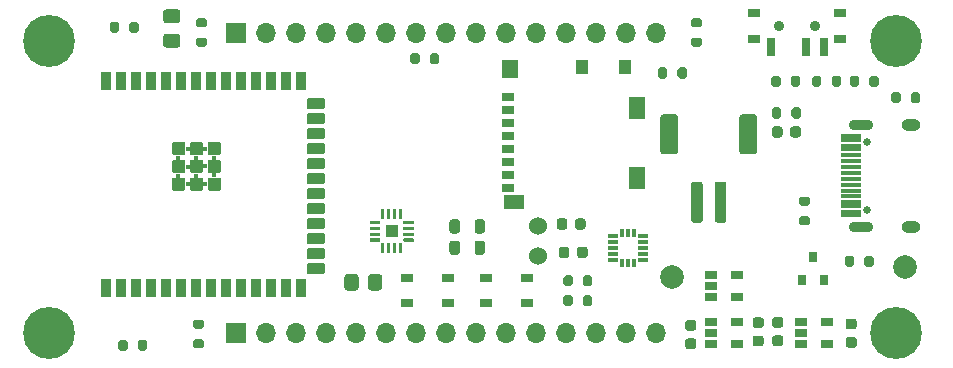
<source format=gbr>
%TF.GenerationSoftware,KiCad,Pcbnew,(5.1.12)-1*%
%TF.CreationDate,2022-11-06T18:41:51+01:00*%
%TF.ProjectId,NewmorphS3,4e65776d-6f72-4706-9853-332e6b696361,rev?*%
%TF.SameCoordinates,Original*%
%TF.FileFunction,Soldermask,Bot*%
%TF.FilePolarity,Negative*%
%FSLAX46Y46*%
G04 Gerber Fmt 4.6, Leading zero omitted, Abs format (unit mm)*
G04 Created by KiCad (PCBNEW (5.1.12)-1) date 2022-11-06 18:41:51*
%MOMM*%
%LPD*%
G01*
G04 APERTURE LIST*
%ADD10R,0.800000X0.900000*%
%ADD11O,1.600000X1.000000*%
%ADD12O,2.100000X0.900000*%
%ADD13C,0.650000*%
%ADD14R,1.750000X0.300000*%
%ADD15R,1.050000X0.650000*%
%ADD16C,0.900000*%
%ADD17R,0.700000X1.500000*%
%ADD18R,1.000000X0.800000*%
%ADD19R,1.060000X0.650000*%
%ADD20C,0.400000*%
%ADD21C,2.000000*%
%ADD22R,1.700000X1.700000*%
%ADD23O,1.700000X1.700000*%
%ADD24C,0.700000*%
%ADD25C,4.400000*%
%ADD26R,0.300000X0.800000*%
%ADD27R,0.925000X0.300000*%
%ADD28R,1.000000X1.200000*%
%ADD29R,1.800000X1.170000*%
%ADD30R,1.100000X0.750000*%
%ADD31R,1.350000X1.550000*%
%ADD32R,1.350000X1.900000*%
%ADD33C,1.524000*%
%ADD34R,1.100000X1.100000*%
G04 APERTURE END LIST*
%TO.C,C101*%
G36*
G01*
X117860000Y-90215000D02*
X118360000Y-90215000D01*
G75*
G02*
X118585000Y-90440000I0J-225000D01*
G01*
X118585000Y-90890000D01*
G75*
G02*
X118360000Y-91115000I-225000J0D01*
G01*
X117860000Y-91115000D01*
G75*
G02*
X117635000Y-90890000I0J225000D01*
G01*
X117635000Y-90440000D01*
G75*
G02*
X117860000Y-90215000I225000J0D01*
G01*
G37*
G36*
G01*
X117860000Y-91765000D02*
X118360000Y-91765000D01*
G75*
G02*
X118585000Y-91990000I0J-225000D01*
G01*
X118585000Y-92440000D01*
G75*
G02*
X118360000Y-92665000I-225000J0D01*
G01*
X117860000Y-92665000D01*
G75*
G02*
X117635000Y-92440000I0J225000D01*
G01*
X117635000Y-91990000D01*
G75*
G02*
X117860000Y-91765000I225000J0D01*
G01*
G37*
%TD*%
%TO.C,C102*%
G36*
G01*
X110486000Y-92551000D02*
X109986000Y-92551000D01*
G75*
G02*
X109761000Y-92326000I0J225000D01*
G01*
X109761000Y-91876000D01*
G75*
G02*
X109986000Y-91651000I225000J0D01*
G01*
X110486000Y-91651000D01*
G75*
G02*
X110711000Y-91876000I0J-225000D01*
G01*
X110711000Y-92326000D01*
G75*
G02*
X110486000Y-92551000I-225000J0D01*
G01*
G37*
G36*
G01*
X110486000Y-91001000D02*
X109986000Y-91001000D01*
G75*
G02*
X109761000Y-90776000I0J225000D01*
G01*
X109761000Y-90326000D01*
G75*
G02*
X109986000Y-90101000I225000J0D01*
G01*
X110486000Y-90101000D01*
G75*
G02*
X110711000Y-90326000I0J-225000D01*
G01*
X110711000Y-90776000D01*
G75*
G02*
X110486000Y-91001000I-225000J0D01*
G01*
G37*
%TD*%
%TO.C,C103*%
G36*
G01*
X104271000Y-91879000D02*
X104771000Y-91879000D01*
G75*
G02*
X104996000Y-92104000I0J-225000D01*
G01*
X104996000Y-92554000D01*
G75*
G02*
X104771000Y-92779000I-225000J0D01*
G01*
X104271000Y-92779000D01*
G75*
G02*
X104046000Y-92554000I0J225000D01*
G01*
X104046000Y-92104000D01*
G75*
G02*
X104271000Y-91879000I225000J0D01*
G01*
G37*
G36*
G01*
X104271000Y-90329000D02*
X104771000Y-90329000D01*
G75*
G02*
X104996000Y-90554000I0J-225000D01*
G01*
X104996000Y-91004000D01*
G75*
G02*
X104771000Y-91229000I-225000J0D01*
G01*
X104271000Y-91229000D01*
G75*
G02*
X104046000Y-91004000I0J225000D01*
G01*
X104046000Y-90554000D01*
G75*
G02*
X104271000Y-90329000I225000J0D01*
G01*
G37*
%TD*%
%TO.C,C104*%
G36*
G01*
X111637000Y-91625000D02*
X112137000Y-91625000D01*
G75*
G02*
X112362000Y-91850000I0J-225000D01*
G01*
X112362000Y-92300000D01*
G75*
G02*
X112137000Y-92525000I-225000J0D01*
G01*
X111637000Y-92525000D01*
G75*
G02*
X111412000Y-92300000I0J225000D01*
G01*
X111412000Y-91850000D01*
G75*
G02*
X111637000Y-91625000I225000J0D01*
G01*
G37*
G36*
G01*
X111637000Y-90075000D02*
X112137000Y-90075000D01*
G75*
G02*
X112362000Y-90300000I0J-225000D01*
G01*
X112362000Y-90750000D01*
G75*
G02*
X112137000Y-90975000I-225000J0D01*
G01*
X111637000Y-90975000D01*
G75*
G02*
X111412000Y-90750000I0J225000D01*
G01*
X111412000Y-90300000D01*
G75*
G02*
X111637000Y-90075000I225000J0D01*
G01*
G37*
%TD*%
%TO.C,C105*%
G36*
G01*
X60104000Y-64012500D02*
X61054000Y-64012500D01*
G75*
G02*
X61304000Y-64262500I0J-250000D01*
G01*
X61304000Y-64937500D01*
G75*
G02*
X61054000Y-65187500I-250000J0D01*
G01*
X60104000Y-65187500D01*
G75*
G02*
X59854000Y-64937500I0J250000D01*
G01*
X59854000Y-64262500D01*
G75*
G02*
X60104000Y-64012500I250000J0D01*
G01*
G37*
G36*
G01*
X60104000Y-66087500D02*
X61054000Y-66087500D01*
G75*
G02*
X61304000Y-66337500I0J-250000D01*
G01*
X61304000Y-67012500D01*
G75*
G02*
X61054000Y-67262500I-250000J0D01*
G01*
X60104000Y-67262500D01*
G75*
G02*
X59854000Y-67012500I0J250000D01*
G01*
X59854000Y-66337500D01*
G75*
G02*
X60104000Y-66087500I250000J0D01*
G01*
G37*
%TD*%
D10*
%TO.C,D101*%
X115850000Y-86950000D03*
X113950000Y-86950000D03*
X114900000Y-84950000D03*
%TD*%
D11*
%TO.C,J101*%
X123155000Y-73785000D03*
X123155000Y-82425000D03*
D12*
X118975000Y-73785000D03*
X118975000Y-82425000D03*
D13*
X119475000Y-75215000D03*
X119475000Y-80995000D03*
D14*
X118135000Y-78355000D03*
X118135000Y-78855000D03*
X118135000Y-79355000D03*
X118135000Y-79855000D03*
X118135000Y-77355000D03*
X118135000Y-76355000D03*
X118135000Y-76855000D03*
X118135000Y-77855000D03*
X118135000Y-74755000D03*
X118135000Y-75055000D03*
X118135000Y-75555000D03*
X118135000Y-75855000D03*
X118135000Y-80655000D03*
X118135000Y-80355000D03*
X118135000Y-81155000D03*
X118135000Y-81455000D03*
%TD*%
%TO.C,R101*%
G36*
G01*
X118350000Y-85069000D02*
X118350000Y-85619000D01*
G75*
G02*
X118150000Y-85819000I-200000J0D01*
G01*
X117750000Y-85819000D01*
G75*
G02*
X117550000Y-85619000I0J200000D01*
G01*
X117550000Y-85069000D01*
G75*
G02*
X117750000Y-84869000I200000J0D01*
G01*
X118150000Y-84869000D01*
G75*
G02*
X118350000Y-85069000I0J-200000D01*
G01*
G37*
G36*
G01*
X120000000Y-85069000D02*
X120000000Y-85619000D01*
G75*
G02*
X119800000Y-85819000I-200000J0D01*
G01*
X119400000Y-85819000D01*
G75*
G02*
X119200000Y-85619000I0J200000D01*
G01*
X119200000Y-85069000D01*
G75*
G02*
X119400000Y-84869000I200000J0D01*
G01*
X119800000Y-84869000D01*
G75*
G02*
X120000000Y-85069000I0J-200000D01*
G01*
G37*
%TD*%
%TO.C,R102*%
G36*
G01*
X123970000Y-71226000D02*
X123970000Y-71776000D01*
G75*
G02*
X123770000Y-71976000I-200000J0D01*
G01*
X123370000Y-71976000D01*
G75*
G02*
X123170000Y-71776000I0J200000D01*
G01*
X123170000Y-71226000D01*
G75*
G02*
X123370000Y-71026000I200000J0D01*
G01*
X123770000Y-71026000D01*
G75*
G02*
X123970000Y-71226000I0J-200000D01*
G01*
G37*
G36*
G01*
X122320000Y-71226000D02*
X122320000Y-71776000D01*
G75*
G02*
X122120000Y-71976000I-200000J0D01*
G01*
X121720000Y-71976000D01*
G75*
G02*
X121520000Y-71776000I0J200000D01*
G01*
X121520000Y-71226000D01*
G75*
G02*
X121720000Y-71026000I200000J0D01*
G01*
X122120000Y-71026000D01*
G75*
G02*
X122320000Y-71226000I0J-200000D01*
G01*
G37*
%TD*%
%TO.C,R103*%
G36*
G01*
X114448000Y-80664000D02*
X113898000Y-80664000D01*
G75*
G02*
X113698000Y-80464000I0J200000D01*
G01*
X113698000Y-80064000D01*
G75*
G02*
X113898000Y-79864000I200000J0D01*
G01*
X114448000Y-79864000D01*
G75*
G02*
X114648000Y-80064000I0J-200000D01*
G01*
X114648000Y-80464000D01*
G75*
G02*
X114448000Y-80664000I-200000J0D01*
G01*
G37*
G36*
G01*
X114448000Y-82314000D02*
X113898000Y-82314000D01*
G75*
G02*
X113698000Y-82114000I0J200000D01*
G01*
X113698000Y-81714000D01*
G75*
G02*
X113898000Y-81514000I200000J0D01*
G01*
X114448000Y-81514000D01*
G75*
G02*
X114648000Y-81714000I0J-200000D01*
G01*
X114648000Y-82114000D01*
G75*
G02*
X114448000Y-82314000I-200000J0D01*
G01*
G37*
%TD*%
%TO.C,R104*%
G36*
G01*
X105304000Y-67201000D02*
X104754000Y-67201000D01*
G75*
G02*
X104554000Y-67001000I0J200000D01*
G01*
X104554000Y-66601000D01*
G75*
G02*
X104754000Y-66401000I200000J0D01*
G01*
X105304000Y-66401000D01*
G75*
G02*
X105504000Y-66601000I0J-200000D01*
G01*
X105504000Y-67001000D01*
G75*
G02*
X105304000Y-67201000I-200000J0D01*
G01*
G37*
G36*
G01*
X105304000Y-65551000D02*
X104754000Y-65551000D01*
G75*
G02*
X104554000Y-65351000I0J200000D01*
G01*
X104554000Y-64951000D01*
G75*
G02*
X104754000Y-64751000I200000J0D01*
G01*
X105304000Y-64751000D01*
G75*
G02*
X105504000Y-64951000I0J-200000D01*
G01*
X105504000Y-65351000D01*
G75*
G02*
X105304000Y-65551000I-200000J0D01*
G01*
G37*
%TD*%
%TO.C,R105*%
G36*
G01*
X75200000Y-87572001D02*
X75200000Y-86671999D01*
G75*
G02*
X75449999Y-86422000I249999J0D01*
G01*
X76150001Y-86422000D01*
G75*
G02*
X76400000Y-86671999I0J-249999D01*
G01*
X76400000Y-87572001D01*
G75*
G02*
X76150001Y-87822000I-249999J0D01*
G01*
X75449999Y-87822000D01*
G75*
G02*
X75200000Y-87572001I0J249999D01*
G01*
G37*
G36*
G01*
X77200000Y-87572001D02*
X77200000Y-86671999D01*
G75*
G02*
X77449999Y-86422000I249999J0D01*
G01*
X78150001Y-86422000D01*
G75*
G02*
X78400000Y-86671999I0J-249999D01*
G01*
X78400000Y-87572001D01*
G75*
G02*
X78150001Y-87822000I-249999J0D01*
G01*
X77449999Y-87822000D01*
G75*
G02*
X77200000Y-87572001I0J249999D01*
G01*
G37*
%TD*%
%TO.C,R108*%
G36*
G01*
X55353000Y-65807000D02*
X55353000Y-65257000D01*
G75*
G02*
X55553000Y-65057000I200000J0D01*
G01*
X55953000Y-65057000D01*
G75*
G02*
X56153000Y-65257000I0J-200000D01*
G01*
X56153000Y-65807000D01*
G75*
G02*
X55953000Y-66007000I-200000J0D01*
G01*
X55553000Y-66007000D01*
G75*
G02*
X55353000Y-65807000I0J200000D01*
G01*
G37*
G36*
G01*
X57003000Y-65807000D02*
X57003000Y-65257000D01*
G75*
G02*
X57203000Y-65057000I200000J0D01*
G01*
X57603000Y-65057000D01*
G75*
G02*
X57803000Y-65257000I0J-200000D01*
G01*
X57803000Y-65807000D01*
G75*
G02*
X57603000Y-66007000I-200000J0D01*
G01*
X57203000Y-66007000D01*
G75*
G02*
X57003000Y-65807000I0J200000D01*
G01*
G37*
%TD*%
%TO.C,R109*%
G36*
G01*
X63394000Y-65551000D02*
X62844000Y-65551000D01*
G75*
G02*
X62644000Y-65351000I0J200000D01*
G01*
X62644000Y-64951000D01*
G75*
G02*
X62844000Y-64751000I200000J0D01*
G01*
X63394000Y-64751000D01*
G75*
G02*
X63594000Y-64951000I0J-200000D01*
G01*
X63594000Y-65351000D01*
G75*
G02*
X63394000Y-65551000I-200000J0D01*
G01*
G37*
G36*
G01*
X63394000Y-67201000D02*
X62844000Y-67201000D01*
G75*
G02*
X62644000Y-67001000I0J200000D01*
G01*
X62644000Y-66601000D01*
G75*
G02*
X62844000Y-66401000I200000J0D01*
G01*
X63394000Y-66401000D01*
G75*
G02*
X63594000Y-66601000I0J-200000D01*
G01*
X63594000Y-67001000D01*
G75*
G02*
X63394000Y-67201000I-200000J0D01*
G01*
G37*
%TD*%
%TO.C,R110*%
G36*
G01*
X57702000Y-92731000D02*
X57702000Y-92181000D01*
G75*
G02*
X57902000Y-91981000I200000J0D01*
G01*
X58302000Y-91981000D01*
G75*
G02*
X58502000Y-92181000I0J-200000D01*
G01*
X58502000Y-92731000D01*
G75*
G02*
X58302000Y-92931000I-200000J0D01*
G01*
X57902000Y-92931000D01*
G75*
G02*
X57702000Y-92731000I0J200000D01*
G01*
G37*
G36*
G01*
X56052000Y-92731000D02*
X56052000Y-92181000D01*
G75*
G02*
X56252000Y-91981000I200000J0D01*
G01*
X56652000Y-91981000D01*
G75*
G02*
X56852000Y-92181000I0J-200000D01*
G01*
X56852000Y-92731000D01*
G75*
G02*
X56652000Y-92931000I-200000J0D01*
G01*
X56252000Y-92931000D01*
G75*
G02*
X56052000Y-92731000I0J200000D01*
G01*
G37*
%TD*%
%TO.C,R111*%
G36*
G01*
X62590000Y-91929000D02*
X63140000Y-91929000D01*
G75*
G02*
X63340000Y-92129000I0J-200000D01*
G01*
X63340000Y-92529000D01*
G75*
G02*
X63140000Y-92729000I-200000J0D01*
G01*
X62590000Y-92729000D01*
G75*
G02*
X62390000Y-92529000I0J200000D01*
G01*
X62390000Y-92129000D01*
G75*
G02*
X62590000Y-91929000I200000J0D01*
G01*
G37*
G36*
G01*
X62590000Y-90279000D02*
X63140000Y-90279000D01*
G75*
G02*
X63340000Y-90479000I0J-200000D01*
G01*
X63340000Y-90879000D01*
G75*
G02*
X63140000Y-91079000I-200000J0D01*
G01*
X62590000Y-91079000D01*
G75*
G02*
X62390000Y-90879000I0J200000D01*
G01*
X62390000Y-90479000D01*
G75*
G02*
X62590000Y-90279000I200000J0D01*
G01*
G37*
%TD*%
%TO.C,R112*%
G36*
G01*
X111400000Y-73075000D02*
X111400000Y-72525000D01*
G75*
G02*
X111600000Y-72325000I200000J0D01*
G01*
X112000000Y-72325000D01*
G75*
G02*
X112200000Y-72525000I0J-200000D01*
G01*
X112200000Y-73075000D01*
G75*
G02*
X112000000Y-73275000I-200000J0D01*
G01*
X111600000Y-73275000D01*
G75*
G02*
X111400000Y-73075000I0J200000D01*
G01*
G37*
G36*
G01*
X113050000Y-73075000D02*
X113050000Y-72525000D01*
G75*
G02*
X113250000Y-72325000I200000J0D01*
G01*
X113650000Y-72325000D01*
G75*
G02*
X113850000Y-72525000I0J-200000D01*
G01*
X113850000Y-73075000D01*
G75*
G02*
X113650000Y-73275000I-200000J0D01*
G01*
X113250000Y-73275000D01*
G75*
G02*
X113050000Y-73075000I0J200000D01*
G01*
G37*
%TD*%
%TO.C,R113*%
G36*
G01*
X111329000Y-70376000D02*
X111329000Y-69826000D01*
G75*
G02*
X111529000Y-69626000I200000J0D01*
G01*
X111929000Y-69626000D01*
G75*
G02*
X112129000Y-69826000I0J-200000D01*
G01*
X112129000Y-70376000D01*
G75*
G02*
X111929000Y-70576000I-200000J0D01*
G01*
X111529000Y-70576000D01*
G75*
G02*
X111329000Y-70376000I0J200000D01*
G01*
G37*
G36*
G01*
X112979000Y-70376000D02*
X112979000Y-69826000D01*
G75*
G02*
X113179000Y-69626000I200000J0D01*
G01*
X113579000Y-69626000D01*
G75*
G02*
X113779000Y-69826000I0J-200000D01*
G01*
X113779000Y-70376000D01*
G75*
G02*
X113579000Y-70576000I-200000J0D01*
G01*
X113179000Y-70576000D01*
G75*
G02*
X112979000Y-70376000I0J200000D01*
G01*
G37*
%TD*%
D15*
%TO.C,SW101*%
X83975000Y-86790000D03*
X80510000Y-86790000D03*
X83975000Y-88890000D03*
X80510000Y-88890000D03*
%TD*%
%TO.C,SW102*%
X87200000Y-88890000D03*
X90665000Y-88890000D03*
X87200000Y-86790000D03*
X90665000Y-86790000D03*
%TD*%
D16*
%TO.C,SW105*%
X112038000Y-65456000D03*
X115038000Y-65456000D03*
D17*
X111288000Y-67216000D03*
X114288000Y-67216000D03*
X115788000Y-67216000D03*
D18*
X109888000Y-64356000D03*
X117188000Y-64356000D03*
X117188000Y-66566000D03*
X109888000Y-66566000D03*
%TD*%
D19*
%TO.C,U101*%
X113835000Y-92390000D03*
X113835000Y-91440000D03*
X113835000Y-90490000D03*
X116035000Y-90490000D03*
X116035000Y-92390000D03*
%TD*%
%TO.C,U102*%
X108415000Y-92390000D03*
X108415000Y-90490000D03*
X106215000Y-90490000D03*
X106215000Y-91440000D03*
X106215000Y-92390000D03*
%TD*%
%TO.C,U103*%
G36*
G01*
X64643100Y-76360000D02*
X63716900Y-76360000D01*
G75*
G02*
X63630000Y-76273100I0J86900D01*
G01*
X63630000Y-75346900D01*
G75*
G02*
X63716900Y-75260000I86900J0D01*
G01*
X64643100Y-75260000D01*
G75*
G02*
X64730000Y-75346900I0J-86900D01*
G01*
X64730000Y-76273100D01*
G75*
G02*
X64643100Y-76360000I-86900J0D01*
G01*
G37*
G36*
G01*
X63143100Y-79360000D02*
X62216900Y-79360000D01*
G75*
G02*
X62130000Y-79273100I0J86900D01*
G01*
X62130000Y-78346900D01*
G75*
G02*
X62216900Y-78260000I86900J0D01*
G01*
X63143100Y-78260000D01*
G75*
G02*
X63230000Y-78346900I0J-86900D01*
G01*
X63230000Y-79273100D01*
G75*
G02*
X63143100Y-79360000I-86900J0D01*
G01*
G37*
G36*
G01*
X63143100Y-77860000D02*
X62216900Y-77860000D01*
G75*
G02*
X62130000Y-77773100I0J86900D01*
G01*
X62130000Y-76846900D01*
G75*
G02*
X62216900Y-76760000I86900J0D01*
G01*
X63143100Y-76760000D01*
G75*
G02*
X63230000Y-76846900I0J-86900D01*
G01*
X63230000Y-77773100D01*
G75*
G02*
X63143100Y-77860000I-86900J0D01*
G01*
G37*
D20*
X62599000Y-78086000D03*
X64123000Y-76562000D03*
G36*
G01*
X64643100Y-79360000D02*
X63716900Y-79360000D01*
G75*
G02*
X63630000Y-79273100I0J86900D01*
G01*
X63630000Y-78346900D01*
G75*
G02*
X63716900Y-78260000I86900J0D01*
G01*
X64643100Y-78260000D01*
G75*
G02*
X64730000Y-78346900I0J-86900D01*
G01*
X64730000Y-79273100D01*
G75*
G02*
X64643100Y-79360000I-86900J0D01*
G01*
G37*
G36*
G01*
X61643100Y-79360000D02*
X60716900Y-79360000D01*
G75*
G02*
X60630000Y-79273100I0J86900D01*
G01*
X60630000Y-78346900D01*
G75*
G02*
X60716900Y-78260000I86900J0D01*
G01*
X61643100Y-78260000D01*
G75*
G02*
X61730000Y-78346900I0J-86900D01*
G01*
X61730000Y-79273100D01*
G75*
G02*
X61643100Y-79360000I-86900J0D01*
G01*
G37*
G36*
G01*
X61643100Y-77860000D02*
X60716900Y-77860000D01*
G75*
G02*
X60630000Y-77773100I0J86900D01*
G01*
X60630000Y-76846900D01*
G75*
G02*
X60716900Y-76760000I86900J0D01*
G01*
X61643100Y-76760000D01*
G75*
G02*
X61730000Y-76846900I0J-86900D01*
G01*
X61730000Y-77773100D01*
G75*
G02*
X61643100Y-77860000I-86900J0D01*
G01*
G37*
X63411800Y-77273200D03*
X64123000Y-78035200D03*
X61125800Y-76562000D03*
X62649800Y-76562000D03*
G36*
G01*
X63143100Y-76360000D02*
X62216900Y-76360000D01*
G75*
G02*
X62130000Y-76273100I0J86900D01*
G01*
X62130000Y-75346900D01*
G75*
G02*
X62216900Y-75260000I86900J0D01*
G01*
X63143100Y-75260000D01*
G75*
G02*
X63230000Y-75346900I0J-86900D01*
G01*
X63230000Y-76273100D01*
G75*
G02*
X63143100Y-76360000I-86900J0D01*
G01*
G37*
G36*
G01*
X61643100Y-76360000D02*
X60716900Y-76360000D01*
G75*
G02*
X60630000Y-76273100I0J86900D01*
G01*
X60630000Y-75346900D01*
G75*
G02*
X60716900Y-75260000I86900J0D01*
G01*
X61643100Y-75260000D01*
G75*
G02*
X61730000Y-75346900I0J-86900D01*
G01*
X61730000Y-76273100D01*
G75*
G02*
X61643100Y-76360000I-86900J0D01*
G01*
G37*
X63411800Y-75800000D03*
X61125800Y-78086000D03*
X61938600Y-75800000D03*
X61938600Y-77324000D03*
X61938600Y-78797200D03*
X63411800Y-78797200D03*
G36*
G01*
X64643100Y-77860000D02*
X63716900Y-77860000D01*
G75*
G02*
X63630000Y-77773100I0J86900D01*
G01*
X63630000Y-76846900D01*
G75*
G02*
X63716900Y-76760000I86900J0D01*
G01*
X64643100Y-76760000D01*
G75*
G02*
X64730000Y-76846900I0J-86900D01*
G01*
X64730000Y-77773100D01*
G75*
G02*
X64643100Y-77860000I-86900J0D01*
G01*
G37*
G36*
G01*
X54646100Y-69350000D02*
X55403900Y-69350000D01*
G75*
G02*
X55475000Y-69421100I0J-71100D01*
G01*
X55475000Y-70778900D01*
G75*
G02*
X55403900Y-70850000I-71100J0D01*
G01*
X54646100Y-70850000D01*
G75*
G02*
X54575000Y-70778900I0J71100D01*
G01*
X54575000Y-69421100D01*
G75*
G02*
X54646100Y-69350000I71100J0D01*
G01*
G37*
G36*
G01*
X55916100Y-69350000D02*
X56673900Y-69350000D01*
G75*
G02*
X56745000Y-69421100I0J-71100D01*
G01*
X56745000Y-70778900D01*
G75*
G02*
X56673900Y-70850000I-71100J0D01*
G01*
X55916100Y-70850000D01*
G75*
G02*
X55845000Y-70778900I0J71100D01*
G01*
X55845000Y-69421100D01*
G75*
G02*
X55916100Y-69350000I71100J0D01*
G01*
G37*
G36*
G01*
X57186100Y-69350000D02*
X57943900Y-69350000D01*
G75*
G02*
X58015000Y-69421100I0J-71100D01*
G01*
X58015000Y-70778900D01*
G75*
G02*
X57943900Y-70850000I-71100J0D01*
G01*
X57186100Y-70850000D01*
G75*
G02*
X57115000Y-70778900I0J71100D01*
G01*
X57115000Y-69421100D01*
G75*
G02*
X57186100Y-69350000I71100J0D01*
G01*
G37*
G36*
G01*
X58456100Y-69350000D02*
X59213900Y-69350000D01*
G75*
G02*
X59285000Y-69421100I0J-71100D01*
G01*
X59285000Y-70778900D01*
G75*
G02*
X59213900Y-70850000I-71100J0D01*
G01*
X58456100Y-70850000D01*
G75*
G02*
X58385000Y-70778900I0J71100D01*
G01*
X58385000Y-69421100D01*
G75*
G02*
X58456100Y-69350000I71100J0D01*
G01*
G37*
G36*
G01*
X59726100Y-69350000D02*
X60483900Y-69350000D01*
G75*
G02*
X60555000Y-69421100I0J-71100D01*
G01*
X60555000Y-70778900D01*
G75*
G02*
X60483900Y-70850000I-71100J0D01*
G01*
X59726100Y-70850000D01*
G75*
G02*
X59655000Y-70778900I0J71100D01*
G01*
X59655000Y-69421100D01*
G75*
G02*
X59726100Y-69350000I71100J0D01*
G01*
G37*
G36*
G01*
X60996100Y-69350000D02*
X61753900Y-69350000D01*
G75*
G02*
X61825000Y-69421100I0J-71100D01*
G01*
X61825000Y-70778900D01*
G75*
G02*
X61753900Y-70850000I-71100J0D01*
G01*
X60996100Y-70850000D01*
G75*
G02*
X60925000Y-70778900I0J71100D01*
G01*
X60925000Y-69421100D01*
G75*
G02*
X60996100Y-69350000I71100J0D01*
G01*
G37*
G36*
G01*
X62266100Y-69350000D02*
X63023900Y-69350000D01*
G75*
G02*
X63095000Y-69421100I0J-71100D01*
G01*
X63095000Y-70778900D01*
G75*
G02*
X63023900Y-70850000I-71100J0D01*
G01*
X62266100Y-70850000D01*
G75*
G02*
X62195000Y-70778900I0J71100D01*
G01*
X62195000Y-69421100D01*
G75*
G02*
X62266100Y-69350000I71100J0D01*
G01*
G37*
G36*
G01*
X63536100Y-69350000D02*
X64293900Y-69350000D01*
G75*
G02*
X64365000Y-69421100I0J-71100D01*
G01*
X64365000Y-70778900D01*
G75*
G02*
X64293900Y-70850000I-71100J0D01*
G01*
X63536100Y-70850000D01*
G75*
G02*
X63465000Y-70778900I0J71100D01*
G01*
X63465000Y-69421100D01*
G75*
G02*
X63536100Y-69350000I71100J0D01*
G01*
G37*
G36*
G01*
X64806100Y-69350000D02*
X65563900Y-69350000D01*
G75*
G02*
X65635000Y-69421100I0J-71100D01*
G01*
X65635000Y-70778900D01*
G75*
G02*
X65563900Y-70850000I-71100J0D01*
G01*
X64806100Y-70850000D01*
G75*
G02*
X64735000Y-70778900I0J71100D01*
G01*
X64735000Y-69421100D01*
G75*
G02*
X64806100Y-69350000I71100J0D01*
G01*
G37*
G36*
G01*
X66076100Y-69350000D02*
X66833900Y-69350000D01*
G75*
G02*
X66905000Y-69421100I0J-71100D01*
G01*
X66905000Y-70778900D01*
G75*
G02*
X66833900Y-70850000I-71100J0D01*
G01*
X66076100Y-70850000D01*
G75*
G02*
X66005000Y-70778900I0J71100D01*
G01*
X66005000Y-69421100D01*
G75*
G02*
X66076100Y-69350000I71100J0D01*
G01*
G37*
G36*
G01*
X67346100Y-69350000D02*
X68103900Y-69350000D01*
G75*
G02*
X68175000Y-69421100I0J-71100D01*
G01*
X68175000Y-70778900D01*
G75*
G02*
X68103900Y-70850000I-71100J0D01*
G01*
X67346100Y-70850000D01*
G75*
G02*
X67275000Y-70778900I0J71100D01*
G01*
X67275000Y-69421100D01*
G75*
G02*
X67346100Y-69350000I71100J0D01*
G01*
G37*
G36*
G01*
X68616100Y-69350000D02*
X69373900Y-69350000D01*
G75*
G02*
X69445000Y-69421100I0J-71100D01*
G01*
X69445000Y-70778900D01*
G75*
G02*
X69373900Y-70850000I-71100J0D01*
G01*
X68616100Y-70850000D01*
G75*
G02*
X68545000Y-70778900I0J71100D01*
G01*
X68545000Y-69421100D01*
G75*
G02*
X68616100Y-69350000I71100J0D01*
G01*
G37*
G36*
G01*
X69886100Y-69350000D02*
X70643900Y-69350000D01*
G75*
G02*
X70715000Y-69421100I0J-71100D01*
G01*
X70715000Y-70778900D01*
G75*
G02*
X70643900Y-70850000I-71100J0D01*
G01*
X69886100Y-70850000D01*
G75*
G02*
X69815000Y-70778900I0J71100D01*
G01*
X69815000Y-69421100D01*
G75*
G02*
X69886100Y-69350000I71100J0D01*
G01*
G37*
G36*
G01*
X71156100Y-69350000D02*
X71913900Y-69350000D01*
G75*
G02*
X71985000Y-69421100I0J-71100D01*
G01*
X71985000Y-70778900D01*
G75*
G02*
X71913900Y-70850000I-71100J0D01*
G01*
X71156100Y-70850000D01*
G75*
G02*
X71085000Y-70778900I0J71100D01*
G01*
X71085000Y-69421100D01*
G75*
G02*
X71156100Y-69350000I71100J0D01*
G01*
G37*
G36*
G01*
X54646100Y-86850000D02*
X55403900Y-86850000D01*
G75*
G02*
X55475000Y-86921100I0J-71100D01*
G01*
X55475000Y-88278900D01*
G75*
G02*
X55403900Y-88350000I-71100J0D01*
G01*
X54646100Y-88350000D01*
G75*
G02*
X54575000Y-88278900I0J71100D01*
G01*
X54575000Y-86921100D01*
G75*
G02*
X54646100Y-86850000I71100J0D01*
G01*
G37*
G36*
G01*
X55916100Y-86850000D02*
X56673900Y-86850000D01*
G75*
G02*
X56745000Y-86921100I0J-71100D01*
G01*
X56745000Y-88278900D01*
G75*
G02*
X56673900Y-88350000I-71100J0D01*
G01*
X55916100Y-88350000D01*
G75*
G02*
X55845000Y-88278900I0J71100D01*
G01*
X55845000Y-86921100D01*
G75*
G02*
X55916100Y-86850000I71100J0D01*
G01*
G37*
G36*
G01*
X57186100Y-86850000D02*
X57943900Y-86850000D01*
G75*
G02*
X58015000Y-86921100I0J-71100D01*
G01*
X58015000Y-88278900D01*
G75*
G02*
X57943900Y-88350000I-71100J0D01*
G01*
X57186100Y-88350000D01*
G75*
G02*
X57115000Y-88278900I0J71100D01*
G01*
X57115000Y-86921100D01*
G75*
G02*
X57186100Y-86850000I71100J0D01*
G01*
G37*
G36*
G01*
X58456100Y-86850000D02*
X59213900Y-86850000D01*
G75*
G02*
X59285000Y-86921100I0J-71100D01*
G01*
X59285000Y-88278900D01*
G75*
G02*
X59213900Y-88350000I-71100J0D01*
G01*
X58456100Y-88350000D01*
G75*
G02*
X58385000Y-88278900I0J71100D01*
G01*
X58385000Y-86921100D01*
G75*
G02*
X58456100Y-86850000I71100J0D01*
G01*
G37*
G36*
G01*
X68616100Y-86850000D02*
X69373900Y-86850000D01*
G75*
G02*
X69445000Y-86921100I0J-71100D01*
G01*
X69445000Y-88278900D01*
G75*
G02*
X69373900Y-88350000I-71100J0D01*
G01*
X68616100Y-88350000D01*
G75*
G02*
X68545000Y-88278900I0J71100D01*
G01*
X68545000Y-86921100D01*
G75*
G02*
X68616100Y-86850000I71100J0D01*
G01*
G37*
G36*
G01*
X60996100Y-86850000D02*
X61753900Y-86850000D01*
G75*
G02*
X61825000Y-86921100I0J-71100D01*
G01*
X61825000Y-88278900D01*
G75*
G02*
X61753900Y-88350000I-71100J0D01*
G01*
X60996100Y-88350000D01*
G75*
G02*
X60925000Y-88278900I0J71100D01*
G01*
X60925000Y-86921100D01*
G75*
G02*
X60996100Y-86850000I71100J0D01*
G01*
G37*
G36*
G01*
X67346100Y-86850000D02*
X68103900Y-86850000D01*
G75*
G02*
X68175000Y-86921100I0J-71100D01*
G01*
X68175000Y-88278900D01*
G75*
G02*
X68103900Y-88350000I-71100J0D01*
G01*
X67346100Y-88350000D01*
G75*
G02*
X67275000Y-88278900I0J71100D01*
G01*
X67275000Y-86921100D01*
G75*
G02*
X67346100Y-86850000I71100J0D01*
G01*
G37*
G36*
G01*
X71156100Y-86850000D02*
X71913900Y-86850000D01*
G75*
G02*
X71985000Y-86921100I0J-71100D01*
G01*
X71985000Y-88278900D01*
G75*
G02*
X71913900Y-88350000I-71100J0D01*
G01*
X71156100Y-88350000D01*
G75*
G02*
X71085000Y-88278900I0J71100D01*
G01*
X71085000Y-86921100D01*
G75*
G02*
X71156100Y-86850000I71100J0D01*
G01*
G37*
G36*
G01*
X69886100Y-86850000D02*
X70643900Y-86850000D01*
G75*
G02*
X70715000Y-86921100I0J-71100D01*
G01*
X70715000Y-88278900D01*
G75*
G02*
X70643900Y-88350000I-71100J0D01*
G01*
X69886100Y-88350000D01*
G75*
G02*
X69815000Y-88278900I0J71100D01*
G01*
X69815000Y-86921100D01*
G75*
G02*
X69886100Y-86850000I71100J0D01*
G01*
G37*
G36*
G01*
X62266100Y-86850000D02*
X63023900Y-86850000D01*
G75*
G02*
X63095000Y-86921100I0J-71100D01*
G01*
X63095000Y-88278900D01*
G75*
G02*
X63023900Y-88350000I-71100J0D01*
G01*
X62266100Y-88350000D01*
G75*
G02*
X62195000Y-88278900I0J71100D01*
G01*
X62195000Y-86921100D01*
G75*
G02*
X62266100Y-86850000I71100J0D01*
G01*
G37*
G36*
G01*
X59726100Y-86850000D02*
X60483900Y-86850000D01*
G75*
G02*
X60555000Y-86921100I0J-71100D01*
G01*
X60555000Y-88278900D01*
G75*
G02*
X60483900Y-88350000I-71100J0D01*
G01*
X59726100Y-88350000D01*
G75*
G02*
X59655000Y-88278900I0J71100D01*
G01*
X59655000Y-86921100D01*
G75*
G02*
X59726100Y-86850000I71100J0D01*
G01*
G37*
G36*
G01*
X66076100Y-86850000D02*
X66833900Y-86850000D01*
G75*
G02*
X66905000Y-86921100I0J-71100D01*
G01*
X66905000Y-88278900D01*
G75*
G02*
X66833900Y-88350000I-71100J0D01*
G01*
X66076100Y-88350000D01*
G75*
G02*
X66005000Y-88278900I0J71100D01*
G01*
X66005000Y-86921100D01*
G75*
G02*
X66076100Y-86850000I71100J0D01*
G01*
G37*
G36*
G01*
X64806100Y-86850000D02*
X65563900Y-86850000D01*
G75*
G02*
X65635000Y-86921100I0J-71100D01*
G01*
X65635000Y-88278900D01*
G75*
G02*
X65563900Y-88350000I-71100J0D01*
G01*
X64806100Y-88350000D01*
G75*
G02*
X64735000Y-88278900I0J71100D01*
G01*
X64735000Y-86921100D01*
G75*
G02*
X64806100Y-86850000I71100J0D01*
G01*
G37*
G36*
G01*
X63536100Y-86850000D02*
X64293900Y-86850000D01*
G75*
G02*
X64365000Y-86921100I0J-71100D01*
G01*
X64365000Y-88278900D01*
G75*
G02*
X64293900Y-88350000I-71100J0D01*
G01*
X63536100Y-88350000D01*
G75*
G02*
X63465000Y-88278900I0J71100D01*
G01*
X63465000Y-86921100D01*
G75*
G02*
X63536100Y-86850000I71100J0D01*
G01*
G37*
G36*
G01*
X73525000Y-71621100D02*
X73525000Y-72378900D01*
G75*
G02*
X73453900Y-72450000I-71100J0D01*
G01*
X72096100Y-72450000D01*
G75*
G02*
X72025000Y-72378900I0J71100D01*
G01*
X72025000Y-71621100D01*
G75*
G02*
X72096100Y-71550000I71100J0D01*
G01*
X73453900Y-71550000D01*
G75*
G02*
X73525000Y-71621100I0J-71100D01*
G01*
G37*
G36*
G01*
X73525000Y-72891100D02*
X73525000Y-73648900D01*
G75*
G02*
X73453900Y-73720000I-71100J0D01*
G01*
X72096100Y-73720000D01*
G75*
G02*
X72025000Y-73648900I0J71100D01*
G01*
X72025000Y-72891100D01*
G75*
G02*
X72096100Y-72820000I71100J0D01*
G01*
X73453900Y-72820000D01*
G75*
G02*
X73525000Y-72891100I0J-71100D01*
G01*
G37*
G36*
G01*
X73525000Y-74161100D02*
X73525000Y-74918900D01*
G75*
G02*
X73453900Y-74990000I-71100J0D01*
G01*
X72096100Y-74990000D01*
G75*
G02*
X72025000Y-74918900I0J71100D01*
G01*
X72025000Y-74161100D01*
G75*
G02*
X72096100Y-74090000I71100J0D01*
G01*
X73453900Y-74090000D01*
G75*
G02*
X73525000Y-74161100I0J-71100D01*
G01*
G37*
G36*
G01*
X73525000Y-75431100D02*
X73525000Y-76188900D01*
G75*
G02*
X73453900Y-76260000I-71100J0D01*
G01*
X72096100Y-76260000D01*
G75*
G02*
X72025000Y-76188900I0J71100D01*
G01*
X72025000Y-75431100D01*
G75*
G02*
X72096100Y-75360000I71100J0D01*
G01*
X73453900Y-75360000D01*
G75*
G02*
X73525000Y-75431100I0J-71100D01*
G01*
G37*
G36*
G01*
X73525000Y-76701100D02*
X73525000Y-77458900D01*
G75*
G02*
X73453900Y-77530000I-71100J0D01*
G01*
X72096100Y-77530000D01*
G75*
G02*
X72025000Y-77458900I0J71100D01*
G01*
X72025000Y-76701100D01*
G75*
G02*
X72096100Y-76630000I71100J0D01*
G01*
X73453900Y-76630000D01*
G75*
G02*
X73525000Y-76701100I0J-71100D01*
G01*
G37*
G36*
G01*
X73525000Y-77971100D02*
X73525000Y-78728900D01*
G75*
G02*
X73453900Y-78800000I-71100J0D01*
G01*
X72096100Y-78800000D01*
G75*
G02*
X72025000Y-78728900I0J71100D01*
G01*
X72025000Y-77971100D01*
G75*
G02*
X72096100Y-77900000I71100J0D01*
G01*
X73453900Y-77900000D01*
G75*
G02*
X73525000Y-77971100I0J-71100D01*
G01*
G37*
G36*
G01*
X73525000Y-79241100D02*
X73525000Y-79998900D01*
G75*
G02*
X73453900Y-80070000I-71100J0D01*
G01*
X72096100Y-80070000D01*
G75*
G02*
X72025000Y-79998900I0J71100D01*
G01*
X72025000Y-79241100D01*
G75*
G02*
X72096100Y-79170000I71100J0D01*
G01*
X73453900Y-79170000D01*
G75*
G02*
X73525000Y-79241100I0J-71100D01*
G01*
G37*
G36*
G01*
X73525000Y-80511100D02*
X73525000Y-81268900D01*
G75*
G02*
X73453900Y-81340000I-71100J0D01*
G01*
X72096100Y-81340000D01*
G75*
G02*
X72025000Y-81268900I0J71100D01*
G01*
X72025000Y-80511100D01*
G75*
G02*
X72096100Y-80440000I71100J0D01*
G01*
X73453900Y-80440000D01*
G75*
G02*
X73525000Y-80511100I0J-71100D01*
G01*
G37*
G36*
G01*
X73525000Y-81781100D02*
X73525000Y-82538900D01*
G75*
G02*
X73453900Y-82610000I-71100J0D01*
G01*
X72096100Y-82610000D01*
G75*
G02*
X72025000Y-82538900I0J71100D01*
G01*
X72025000Y-81781100D01*
G75*
G02*
X72096100Y-81710000I71100J0D01*
G01*
X73453900Y-81710000D01*
G75*
G02*
X73525000Y-81781100I0J-71100D01*
G01*
G37*
G36*
G01*
X73525000Y-83051100D02*
X73525000Y-83808900D01*
G75*
G02*
X73453900Y-83880000I-71100J0D01*
G01*
X72096100Y-83880000D01*
G75*
G02*
X72025000Y-83808900I0J71100D01*
G01*
X72025000Y-83051100D01*
G75*
G02*
X72096100Y-82980000I71100J0D01*
G01*
X73453900Y-82980000D01*
G75*
G02*
X73525000Y-83051100I0J-71100D01*
G01*
G37*
G36*
G01*
X73525000Y-84321100D02*
X73525000Y-85078900D01*
G75*
G02*
X73453900Y-85150000I-71100J0D01*
G01*
X72096100Y-85150000D01*
G75*
G02*
X72025000Y-85078900I0J71100D01*
G01*
X72025000Y-84321100D01*
G75*
G02*
X72096100Y-84250000I71100J0D01*
G01*
X73453900Y-84250000D01*
G75*
G02*
X73525000Y-84321100I0J-71100D01*
G01*
G37*
G36*
G01*
X73525000Y-85591100D02*
X73525000Y-86348900D01*
G75*
G02*
X73453900Y-86420000I-71100J0D01*
G01*
X72096100Y-86420000D01*
G75*
G02*
X72025000Y-86348900I0J71100D01*
G01*
X72025000Y-85591100D01*
G75*
G02*
X72096100Y-85520000I71100J0D01*
G01*
X73453900Y-85520000D01*
G75*
G02*
X73525000Y-85591100I0J-71100D01*
G01*
G37*
%TD*%
D21*
%TO.C,U105*%
X102920000Y-86680000D03*
X122670000Y-85855000D03*
%TD*%
D22*
%TO.C,J103*%
X66040000Y-66040000D03*
D23*
X68580000Y-66040000D03*
X71120000Y-66040000D03*
X73660000Y-66040000D03*
X76200000Y-66040000D03*
X78740000Y-66040000D03*
X81280000Y-66040000D03*
X83820000Y-66040000D03*
X86360000Y-66040000D03*
X88900000Y-66040000D03*
X91440000Y-66040000D03*
X93980000Y-66040000D03*
X96520000Y-66040000D03*
X99060000Y-66040000D03*
X101600000Y-66040000D03*
%TD*%
%TO.C,J104*%
X101600000Y-91440000D03*
X99060000Y-91440000D03*
X96520000Y-91440000D03*
X93980000Y-91440000D03*
X91440000Y-91440000D03*
X88900000Y-91440000D03*
X86360000Y-91440000D03*
X83820000Y-91440000D03*
X81280000Y-91440000D03*
X78740000Y-91440000D03*
X76200000Y-91440000D03*
X73660000Y-91440000D03*
X71120000Y-91440000D03*
X68580000Y-91440000D03*
D22*
X66040000Y-91440000D03*
%TD*%
%TO.C,C106*%
G36*
G01*
X111400000Y-74650000D02*
X111400000Y-74150000D01*
G75*
G02*
X111625000Y-73925000I225000J0D01*
G01*
X112075000Y-73925000D01*
G75*
G02*
X112300000Y-74150000I0J-225000D01*
G01*
X112300000Y-74650000D01*
G75*
G02*
X112075000Y-74875000I-225000J0D01*
G01*
X111625000Y-74875000D01*
G75*
G02*
X111400000Y-74650000I0J225000D01*
G01*
G37*
G36*
G01*
X112950000Y-74650000D02*
X112950000Y-74150000D01*
G75*
G02*
X113175000Y-73925000I225000J0D01*
G01*
X113625000Y-73925000D01*
G75*
G02*
X113850000Y-74150000I0J-225000D01*
G01*
X113850000Y-74650000D01*
G75*
G02*
X113625000Y-74875000I-225000J0D01*
G01*
X113175000Y-74875000D01*
G75*
G02*
X112950000Y-74650000I0J225000D01*
G01*
G37*
%TD*%
D24*
%TO.C,H101*%
X123086726Y-65508274D03*
X121920000Y-65025000D03*
X120753274Y-65508274D03*
X120270000Y-66675000D03*
X120753274Y-67841726D03*
X121920000Y-68325000D03*
X123086726Y-67841726D03*
X123570000Y-66675000D03*
D25*
X121920000Y-66675000D03*
%TD*%
%TO.C,H102*%
X121920000Y-91440000D03*
D24*
X123570000Y-91440000D03*
X123086726Y-92606726D03*
X121920000Y-93090000D03*
X120753274Y-92606726D03*
X120270000Y-91440000D03*
X120753274Y-90273274D03*
X121920000Y-89790000D03*
X123086726Y-90273274D03*
%TD*%
%TO.C,H103*%
X51331726Y-65508274D03*
X50165000Y-65025000D03*
X48998274Y-65508274D03*
X48515000Y-66675000D03*
X48998274Y-67841726D03*
X50165000Y-68325000D03*
X51331726Y-67841726D03*
X51815000Y-66675000D03*
D25*
X50165000Y-66675000D03*
%TD*%
%TO.C,H104*%
X50165000Y-91440000D03*
D24*
X51815000Y-91440000D03*
X51331726Y-92606726D03*
X50165000Y-93090000D03*
X48998274Y-92606726D03*
X48515000Y-91440000D03*
X48998274Y-90273274D03*
X50165000Y-89790000D03*
X51331726Y-90273274D03*
%TD*%
%TO.C,R106*%
G36*
G01*
X116445000Y-70376000D02*
X116445000Y-69826000D01*
G75*
G02*
X116645000Y-69626000I200000J0D01*
G01*
X117045000Y-69626000D01*
G75*
G02*
X117245000Y-69826000I0J-200000D01*
G01*
X117245000Y-70376000D01*
G75*
G02*
X117045000Y-70576000I-200000J0D01*
G01*
X116645000Y-70576000D01*
G75*
G02*
X116445000Y-70376000I0J200000D01*
G01*
G37*
G36*
G01*
X114795000Y-70376000D02*
X114795000Y-69826000D01*
G75*
G02*
X114995000Y-69626000I200000J0D01*
G01*
X115395000Y-69626000D01*
G75*
G02*
X115595000Y-69826000I0J-200000D01*
G01*
X115595000Y-70376000D01*
G75*
G02*
X115395000Y-70576000I-200000J0D01*
G01*
X114995000Y-70576000D01*
G75*
G02*
X114795000Y-70376000I0J200000D01*
G01*
G37*
%TD*%
%TO.C,R107*%
G36*
G01*
X120446000Y-69826000D02*
X120446000Y-70376000D01*
G75*
G02*
X120246000Y-70576000I-200000J0D01*
G01*
X119846000Y-70576000D01*
G75*
G02*
X119646000Y-70376000I0J200000D01*
G01*
X119646000Y-69826000D01*
G75*
G02*
X119846000Y-69626000I200000J0D01*
G01*
X120246000Y-69626000D01*
G75*
G02*
X120446000Y-69826000I0J-200000D01*
G01*
G37*
G36*
G01*
X118796000Y-69826000D02*
X118796000Y-70376000D01*
G75*
G02*
X118596000Y-70576000I-200000J0D01*
G01*
X118196000Y-70576000D01*
G75*
G02*
X117996000Y-70376000I0J200000D01*
G01*
X117996000Y-69826000D01*
G75*
G02*
X118196000Y-69626000I200000J0D01*
G01*
X118596000Y-69626000D01*
G75*
G02*
X118796000Y-69826000I0J-200000D01*
G01*
G37*
%TD*%
D26*
%TO.C,U104*%
X98700000Y-85475000D03*
X99200000Y-85475000D03*
X99700000Y-85475000D03*
D27*
X100487500Y-85200000D03*
X100487500Y-84700000D03*
X100487500Y-84200000D03*
X100487500Y-83700000D03*
X100487500Y-83200000D03*
D26*
X99700000Y-82925000D03*
X99200000Y-82925000D03*
X98700000Y-82925000D03*
D27*
X97912500Y-83200000D03*
X97912500Y-83700000D03*
X97912500Y-84200000D03*
X97912500Y-84700000D03*
X97912500Y-85200000D03*
%TD*%
%TO.C,J102*%
G36*
G01*
X104550000Y-81850000D02*
X104550000Y-78850000D01*
G75*
G02*
X104800000Y-78600000I250000J0D01*
G01*
X105300000Y-78600000D01*
G75*
G02*
X105550000Y-78850000I0J-250000D01*
G01*
X105550000Y-81850000D01*
G75*
G02*
X105300000Y-82100000I-250000J0D01*
G01*
X104800000Y-82100000D01*
G75*
G02*
X104550000Y-81850000I0J250000D01*
G01*
G37*
G36*
G01*
X106550000Y-81850000D02*
X106550000Y-78850000D01*
G75*
G02*
X106800000Y-78600000I250000J0D01*
G01*
X107300000Y-78600000D01*
G75*
G02*
X107550000Y-78850000I0J-250000D01*
G01*
X107550000Y-81850000D01*
G75*
G02*
X107300000Y-82100000I-250000J0D01*
G01*
X106800000Y-82100000D01*
G75*
G02*
X106550000Y-81850000I0J250000D01*
G01*
G37*
G36*
G01*
X101950000Y-76050000D02*
X101950000Y-73150000D01*
G75*
G02*
X102200000Y-72900000I250000J0D01*
G01*
X103200000Y-72900000D01*
G75*
G02*
X103450000Y-73150000I0J-250000D01*
G01*
X103450000Y-76050000D01*
G75*
G02*
X103200000Y-76300000I-250000J0D01*
G01*
X102200000Y-76300000D01*
G75*
G02*
X101950000Y-76050000I0J250000D01*
G01*
G37*
G36*
G01*
X108650000Y-76050000D02*
X108650000Y-73150000D01*
G75*
G02*
X108900000Y-72900000I250000J0D01*
G01*
X109900000Y-72900000D01*
G75*
G02*
X110150000Y-73150000I0J-250000D01*
G01*
X110150000Y-76050000D01*
G75*
G02*
X109900000Y-76300000I-250000J0D01*
G01*
X108900000Y-76300000D01*
G75*
G02*
X108650000Y-76050000I0J250000D01*
G01*
G37*
%TD*%
D28*
%TO.C,J105*%
X95300000Y-68870000D03*
D29*
X89550000Y-80360000D03*
D30*
X89070000Y-74770000D03*
X89070000Y-75870000D03*
X89070000Y-76970000D03*
X89070000Y-78070000D03*
X89070000Y-79170000D03*
X89070000Y-73670000D03*
X89070000Y-72570000D03*
X89070000Y-71470000D03*
D31*
X89200000Y-69035000D03*
D32*
X99975000Y-78330000D03*
X99975000Y-72360000D03*
D28*
X99000000Y-68860000D03*
%TD*%
%TO.C,R114*%
G36*
G01*
X83225000Y-67925000D02*
X83225000Y-68475000D01*
G75*
G02*
X83025000Y-68675000I-200000J0D01*
G01*
X82625000Y-68675000D01*
G75*
G02*
X82425000Y-68475000I0J200000D01*
G01*
X82425000Y-67925000D01*
G75*
G02*
X82625000Y-67725000I200000J0D01*
G01*
X83025000Y-67725000D01*
G75*
G02*
X83225000Y-67925000I0J-200000D01*
G01*
G37*
G36*
G01*
X81575000Y-67925000D02*
X81575000Y-68475000D01*
G75*
G02*
X81375000Y-68675000I-200000J0D01*
G01*
X80975000Y-68675000D01*
G75*
G02*
X80775000Y-68475000I0J200000D01*
G01*
X80775000Y-67925000D01*
G75*
G02*
X80975000Y-67725000I200000J0D01*
G01*
X81375000Y-67725000D01*
G75*
G02*
X81575000Y-67925000I0J-200000D01*
G01*
G37*
%TD*%
%TO.C,C107*%
G36*
G01*
X93175000Y-82450000D02*
X93175000Y-81950000D01*
G75*
G02*
X93400000Y-81725000I225000J0D01*
G01*
X93850000Y-81725000D01*
G75*
G02*
X94075000Y-81950000I0J-225000D01*
G01*
X94075000Y-82450000D01*
G75*
G02*
X93850000Y-82675000I-225000J0D01*
G01*
X93400000Y-82675000D01*
G75*
G02*
X93175000Y-82450000I0J225000D01*
G01*
G37*
G36*
G01*
X94725000Y-82450000D02*
X94725000Y-81950000D01*
G75*
G02*
X94950000Y-81725000I225000J0D01*
G01*
X95400000Y-81725000D01*
G75*
G02*
X95625000Y-81950000I0J-225000D01*
G01*
X95625000Y-82450000D01*
G75*
G02*
X95400000Y-82675000I-225000J0D01*
G01*
X94950000Y-82675000D01*
G75*
G02*
X94725000Y-82450000I0J225000D01*
G01*
G37*
%TD*%
%TO.C,C108*%
G36*
G01*
X94250000Y-84350000D02*
X94250000Y-84850000D01*
G75*
G02*
X94025000Y-85075000I-225000J0D01*
G01*
X93575000Y-85075000D01*
G75*
G02*
X93350000Y-84850000I0J225000D01*
G01*
X93350000Y-84350000D01*
G75*
G02*
X93575000Y-84125000I225000J0D01*
G01*
X94025000Y-84125000D01*
G75*
G02*
X94250000Y-84350000I0J-225000D01*
G01*
G37*
G36*
G01*
X95800000Y-84350000D02*
X95800000Y-84850000D01*
G75*
G02*
X95575000Y-85075000I-225000J0D01*
G01*
X95125000Y-85075000D01*
G75*
G02*
X94900000Y-84850000I0J225000D01*
G01*
X94900000Y-84350000D01*
G75*
G02*
X95125000Y-84125000I225000J0D01*
G01*
X95575000Y-84125000D01*
G75*
G02*
X95800000Y-84350000I0J-225000D01*
G01*
G37*
%TD*%
D33*
%TO.C,J106*%
X91600000Y-84940000D03*
X91600000Y-82400000D03*
%TD*%
%TO.C,L101*%
G36*
G01*
X84100000Y-82781250D02*
X84100000Y-82018750D01*
G75*
G02*
X84318750Y-81800000I218750J0D01*
G01*
X84756250Y-81800000D01*
G75*
G02*
X84975000Y-82018750I0J-218750D01*
G01*
X84975000Y-82781250D01*
G75*
G02*
X84756250Y-83000000I-218750J0D01*
G01*
X84318750Y-83000000D01*
G75*
G02*
X84100000Y-82781250I0J218750D01*
G01*
G37*
G36*
G01*
X86225000Y-82781250D02*
X86225000Y-82018750D01*
G75*
G02*
X86443750Y-81800000I218750J0D01*
G01*
X86881250Y-81800000D01*
G75*
G02*
X87100000Y-82018750I0J-218750D01*
G01*
X87100000Y-82781250D01*
G75*
G02*
X86881250Y-83000000I-218750J0D01*
G01*
X86443750Y-83000000D01*
G75*
G02*
X86225000Y-82781250I0J218750D01*
G01*
G37*
%TD*%
%TO.C,L102*%
G36*
G01*
X86225000Y-84581250D02*
X86225000Y-83818750D01*
G75*
G02*
X86443750Y-83600000I218750J0D01*
G01*
X86881250Y-83600000D01*
G75*
G02*
X87100000Y-83818750I0J-218750D01*
G01*
X87100000Y-84581250D01*
G75*
G02*
X86881250Y-84800000I-218750J0D01*
G01*
X86443750Y-84800000D01*
G75*
G02*
X86225000Y-84581250I0J218750D01*
G01*
G37*
G36*
G01*
X84100000Y-84581250D02*
X84100000Y-83818750D01*
G75*
G02*
X84318750Y-83600000I218750J0D01*
G01*
X84756250Y-83600000D01*
G75*
G02*
X84975000Y-83818750I0J-218750D01*
G01*
X84975000Y-84581250D01*
G75*
G02*
X84756250Y-84800000I-218750J0D01*
G01*
X84318750Y-84800000D01*
G75*
G02*
X84100000Y-84581250I0J218750D01*
G01*
G37*
%TD*%
%TO.C,R115*%
G36*
G01*
X101750000Y-69675000D02*
X101750000Y-69125000D01*
G75*
G02*
X101950000Y-68925000I200000J0D01*
G01*
X102350000Y-68925000D01*
G75*
G02*
X102550000Y-69125000I0J-200000D01*
G01*
X102550000Y-69675000D01*
G75*
G02*
X102350000Y-69875000I-200000J0D01*
G01*
X101950000Y-69875000D01*
G75*
G02*
X101750000Y-69675000I0J200000D01*
G01*
G37*
G36*
G01*
X103400000Y-69675000D02*
X103400000Y-69125000D01*
G75*
G02*
X103600000Y-68925000I200000J0D01*
G01*
X104000000Y-68925000D01*
G75*
G02*
X104200000Y-69125000I0J-200000D01*
G01*
X104200000Y-69675000D01*
G75*
G02*
X104000000Y-69875000I-200000J0D01*
G01*
X103600000Y-69875000D01*
G75*
G02*
X103400000Y-69675000I0J200000D01*
G01*
G37*
%TD*%
%TO.C,R116*%
G36*
G01*
X95390000Y-88970000D02*
X95390000Y-88420000D01*
G75*
G02*
X95590000Y-88220000I200000J0D01*
G01*
X95990000Y-88220000D01*
G75*
G02*
X96190000Y-88420000I0J-200000D01*
G01*
X96190000Y-88970000D01*
G75*
G02*
X95990000Y-89170000I-200000J0D01*
G01*
X95590000Y-89170000D01*
G75*
G02*
X95390000Y-88970000I0J200000D01*
G01*
G37*
G36*
G01*
X93740000Y-88970000D02*
X93740000Y-88420000D01*
G75*
G02*
X93940000Y-88220000I200000J0D01*
G01*
X94340000Y-88220000D01*
G75*
G02*
X94540000Y-88420000I0J-200000D01*
G01*
X94540000Y-88970000D01*
G75*
G02*
X94340000Y-89170000I-200000J0D01*
G01*
X93940000Y-89170000D01*
G75*
G02*
X93740000Y-88970000I0J200000D01*
G01*
G37*
%TD*%
%TO.C,R117*%
G36*
G01*
X96200000Y-86725000D02*
X96200000Y-87275000D01*
G75*
G02*
X96000000Y-87475000I-200000J0D01*
G01*
X95600000Y-87475000D01*
G75*
G02*
X95400000Y-87275000I0J200000D01*
G01*
X95400000Y-86725000D01*
G75*
G02*
X95600000Y-86525000I200000J0D01*
G01*
X96000000Y-86525000D01*
G75*
G02*
X96200000Y-86725000I0J-200000D01*
G01*
G37*
G36*
G01*
X94550000Y-86725000D02*
X94550000Y-87275000D01*
G75*
G02*
X94350000Y-87475000I-200000J0D01*
G01*
X93950000Y-87475000D01*
G75*
G02*
X93750000Y-87275000I0J200000D01*
G01*
X93750000Y-86725000D01*
G75*
G02*
X93950000Y-86525000I200000J0D01*
G01*
X94350000Y-86525000D01*
G75*
G02*
X94550000Y-86725000I0J-200000D01*
G01*
G37*
%TD*%
%TO.C,U107*%
G36*
G01*
X78566100Y-84665000D02*
X78333900Y-84665000D01*
G75*
G02*
X78315000Y-84646100I0J18900D01*
G01*
X78315000Y-83823900D01*
G75*
G02*
X78333900Y-83805000I18900J0D01*
G01*
X78566100Y-83805000D01*
G75*
G02*
X78585000Y-83823900I0J-18900D01*
G01*
X78585000Y-84646100D01*
G75*
G02*
X78566100Y-84665000I-18900J0D01*
G01*
G37*
G36*
G01*
X79066100Y-84665000D02*
X78833900Y-84665000D01*
G75*
G02*
X78815000Y-84646100I0J18900D01*
G01*
X78815000Y-83823900D01*
G75*
G02*
X78833900Y-83805000I18900J0D01*
G01*
X79066100Y-83805000D01*
G75*
G02*
X79085000Y-83823900I0J-18900D01*
G01*
X79085000Y-84646100D01*
G75*
G02*
X79066100Y-84665000I-18900J0D01*
G01*
G37*
G36*
G01*
X79566100Y-84665000D02*
X79333900Y-84665000D01*
G75*
G02*
X79315000Y-84646100I0J18900D01*
G01*
X79315000Y-83823900D01*
G75*
G02*
X79333900Y-83805000I18900J0D01*
G01*
X79566100Y-83805000D01*
G75*
G02*
X79585000Y-83823900I0J-18900D01*
G01*
X79585000Y-84646100D01*
G75*
G02*
X79566100Y-84665000I-18900J0D01*
G01*
G37*
G36*
G01*
X80066100Y-84665000D02*
X79833900Y-84665000D01*
G75*
G02*
X79815000Y-84646100I0J18900D01*
G01*
X79815000Y-83823900D01*
G75*
G02*
X79833900Y-83805000I18900J0D01*
G01*
X80066100Y-83805000D01*
G75*
G02*
X80085000Y-83823900I0J-18900D01*
G01*
X80085000Y-84646100D01*
G75*
G02*
X80066100Y-84665000I-18900J0D01*
G01*
G37*
G36*
G01*
X81065000Y-83433900D02*
X81065000Y-83666100D01*
G75*
G02*
X81046100Y-83685000I-18900J0D01*
G01*
X80223900Y-83685000D01*
G75*
G02*
X80205000Y-83666100I0J18900D01*
G01*
X80205000Y-83433900D01*
G75*
G02*
X80223900Y-83415000I18900J0D01*
G01*
X81046100Y-83415000D01*
G75*
G02*
X81065000Y-83433900I0J-18900D01*
G01*
G37*
G36*
G01*
X81065000Y-82933900D02*
X81065000Y-83166100D01*
G75*
G02*
X81046100Y-83185000I-18900J0D01*
G01*
X80223900Y-83185000D01*
G75*
G02*
X80205000Y-83166100I0J18900D01*
G01*
X80205000Y-82933900D01*
G75*
G02*
X80223900Y-82915000I18900J0D01*
G01*
X81046100Y-82915000D01*
G75*
G02*
X81065000Y-82933900I0J-18900D01*
G01*
G37*
G36*
G01*
X81065000Y-82433900D02*
X81065000Y-82666100D01*
G75*
G02*
X81046100Y-82685000I-18900J0D01*
G01*
X80223900Y-82685000D01*
G75*
G02*
X80205000Y-82666100I0J18900D01*
G01*
X80205000Y-82433900D01*
G75*
G02*
X80223900Y-82415000I18900J0D01*
G01*
X81046100Y-82415000D01*
G75*
G02*
X81065000Y-82433900I0J-18900D01*
G01*
G37*
G36*
G01*
X81065000Y-81933900D02*
X81065000Y-82166100D01*
G75*
G02*
X81046100Y-82185000I-18900J0D01*
G01*
X80223900Y-82185000D01*
G75*
G02*
X80205000Y-82166100I0J18900D01*
G01*
X80205000Y-81933900D01*
G75*
G02*
X80223900Y-81915000I18900J0D01*
G01*
X81046100Y-81915000D01*
G75*
G02*
X81065000Y-81933900I0J-18900D01*
G01*
G37*
G36*
G01*
X79833900Y-80935000D02*
X80066100Y-80935000D01*
G75*
G02*
X80085000Y-80953900I0J-18900D01*
G01*
X80085000Y-81776100D01*
G75*
G02*
X80066100Y-81795000I-18900J0D01*
G01*
X79833900Y-81795000D01*
G75*
G02*
X79815000Y-81776100I0J18900D01*
G01*
X79815000Y-80953900D01*
G75*
G02*
X79833900Y-80935000I18900J0D01*
G01*
G37*
G36*
G01*
X79333900Y-80935000D02*
X79566100Y-80935000D01*
G75*
G02*
X79585000Y-80953900I0J-18900D01*
G01*
X79585000Y-81776100D01*
G75*
G02*
X79566100Y-81795000I-18900J0D01*
G01*
X79333900Y-81795000D01*
G75*
G02*
X79315000Y-81776100I0J18900D01*
G01*
X79315000Y-80953900D01*
G75*
G02*
X79333900Y-80935000I18900J0D01*
G01*
G37*
G36*
G01*
X78833900Y-80935000D02*
X79066100Y-80935000D01*
G75*
G02*
X79085000Y-80953900I0J-18900D01*
G01*
X79085000Y-81776100D01*
G75*
G02*
X79066100Y-81795000I-18900J0D01*
G01*
X78833900Y-81795000D01*
G75*
G02*
X78815000Y-81776100I0J18900D01*
G01*
X78815000Y-80953900D01*
G75*
G02*
X78833900Y-80935000I18900J0D01*
G01*
G37*
G36*
G01*
X78333900Y-80935000D02*
X78566100Y-80935000D01*
G75*
G02*
X78585000Y-80953900I0J-18900D01*
G01*
X78585000Y-81776100D01*
G75*
G02*
X78566100Y-81795000I-18900J0D01*
G01*
X78333900Y-81795000D01*
G75*
G02*
X78315000Y-81776100I0J18900D01*
G01*
X78315000Y-80953900D01*
G75*
G02*
X78333900Y-80935000I18900J0D01*
G01*
G37*
G36*
G01*
X77335000Y-82166100D02*
X77335000Y-81933900D01*
G75*
G02*
X77353900Y-81915000I18900J0D01*
G01*
X78176100Y-81915000D01*
G75*
G02*
X78195000Y-81933900I0J-18900D01*
G01*
X78195000Y-82166100D01*
G75*
G02*
X78176100Y-82185000I-18900J0D01*
G01*
X77353900Y-82185000D01*
G75*
G02*
X77335000Y-82166100I0J18900D01*
G01*
G37*
G36*
G01*
X77335000Y-82666100D02*
X77335000Y-82433900D01*
G75*
G02*
X77353900Y-82415000I18900J0D01*
G01*
X78176100Y-82415000D01*
G75*
G02*
X78195000Y-82433900I0J-18900D01*
G01*
X78195000Y-82666100D01*
G75*
G02*
X78176100Y-82685000I-18900J0D01*
G01*
X77353900Y-82685000D01*
G75*
G02*
X77335000Y-82666100I0J18900D01*
G01*
G37*
G36*
G01*
X77335000Y-83166100D02*
X77335000Y-82933900D01*
G75*
G02*
X77353900Y-82915000I18900J0D01*
G01*
X78176100Y-82915000D01*
G75*
G02*
X78195000Y-82933900I0J-18900D01*
G01*
X78195000Y-83166100D01*
G75*
G02*
X78176100Y-83185000I-18900J0D01*
G01*
X77353900Y-83185000D01*
G75*
G02*
X77335000Y-83166100I0J18900D01*
G01*
G37*
D34*
X79200000Y-82800000D03*
G36*
G01*
X77335000Y-83666100D02*
X77335000Y-83433900D01*
G75*
G02*
X77353900Y-83415000I18900J0D01*
G01*
X78176100Y-83415000D01*
G75*
G02*
X78195000Y-83433900I0J-18900D01*
G01*
X78195000Y-83666100D01*
G75*
G02*
X78176100Y-83685000I-18900J0D01*
G01*
X77353900Y-83685000D01*
G75*
G02*
X77335000Y-83666100I0J18900D01*
G01*
G37*
%TD*%
D19*
%TO.C,U108*%
X106200000Y-88400000D03*
X106200000Y-87450000D03*
X106200000Y-86500000D03*
X108400000Y-86500000D03*
X108400000Y-88400000D03*
%TD*%
M02*

</source>
